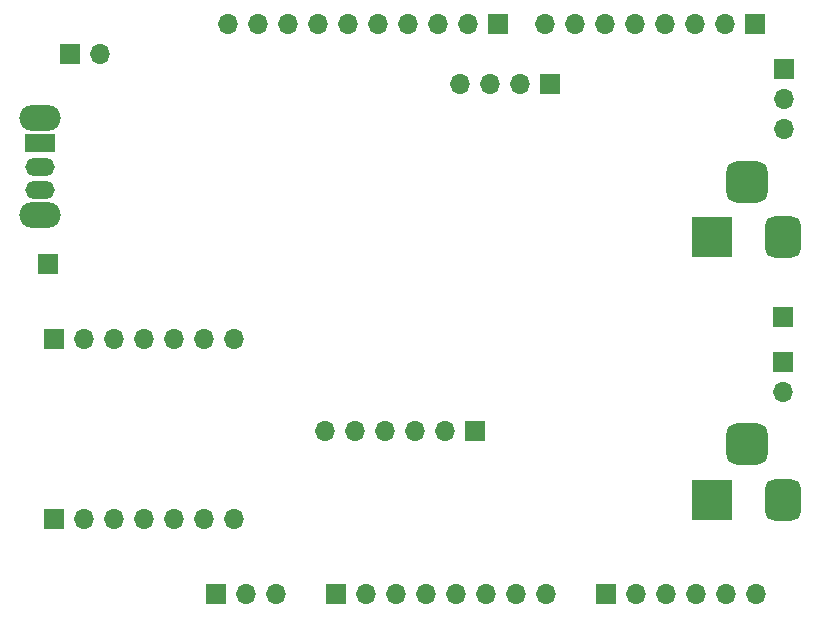
<source format=gbr>
%TF.GenerationSoftware,KiCad,Pcbnew,9.0.3*%
%TF.CreationDate,2025-08-02T21:51:47-05:00*%
%TF.ProjectId,DMM_KiCAD_V3_next KiCAD9,444d4d5f-4b69-4434-9144-5f56335f6e65,rev?*%
%TF.SameCoordinates,Original*%
%TF.FileFunction,Soldermask,Bot*%
%TF.FilePolarity,Negative*%
%FSLAX46Y46*%
G04 Gerber Fmt 4.6, Leading zero omitted, Abs format (unit mm)*
G04 Created by KiCad (PCBNEW 9.0.3) date 2025-08-02 21:51:47*
%MOMM*%
%LPD*%
G01*
G04 APERTURE LIST*
G04 Aperture macros list*
%AMRoundRect*
0 Rectangle with rounded corners*
0 $1 Rounding radius*
0 $2 $3 $4 $5 $6 $7 $8 $9 X,Y pos of 4 corners*
0 Add a 4 corners polygon primitive as box body*
4,1,4,$2,$3,$4,$5,$6,$7,$8,$9,$2,$3,0*
0 Add four circle primitives for the rounded corners*
1,1,$1+$1,$2,$3*
1,1,$1+$1,$4,$5*
1,1,$1+$1,$6,$7*
1,1,$1+$1,$8,$9*
0 Add four rect primitives between the rounded corners*
20,1,$1+$1,$2,$3,$4,$5,0*
20,1,$1+$1,$4,$5,$6,$7,0*
20,1,$1+$1,$6,$7,$8,$9,0*
20,1,$1+$1,$8,$9,$2,$3,0*%
G04 Aperture macros list end*
%ADD10R,3.500000X3.500000*%
%ADD11RoundRect,0.750000X0.750000X1.000000X-0.750000X1.000000X-0.750000X-1.000000X0.750000X-1.000000X0*%
%ADD12RoundRect,0.875000X0.875000X0.875000X-0.875000X0.875000X-0.875000X-0.875000X0.875000X-0.875000X0*%
%ADD13O,3.500000X2.200000*%
%ADD14R,2.500000X1.500000*%
%ADD15O,2.500000X1.500000*%
%ADD16R,1.700000X1.700000*%
%ADD17O,1.700000X1.700000*%
G04 APERTURE END LIST*
D10*
%TO.C,J14*%
X138145000Y-68835000D03*
D11*
X144145000Y-68835000D03*
D12*
X141145000Y-64135000D03*
%TD*%
D10*
%TO.C,J15*%
X138145000Y-91060000D03*
D11*
X144145000Y-91060000D03*
D12*
X141145000Y-86360000D03*
%TD*%
D13*
%TO.C,SW3*%
X81280000Y-58765000D03*
X81280000Y-66965000D03*
D14*
X81280000Y-60865000D03*
D15*
X81280000Y-62865000D03*
X81280000Y-64865000D03*
%TD*%
D16*
%TO.C,J16*%
X144145000Y-75565000D03*
%TD*%
%TO.C,J8*%
X120015000Y-50800000D03*
D17*
X117475000Y-50800000D03*
X114935000Y-50800000D03*
X112395000Y-50800000D03*
X109855000Y-50800000D03*
X107315000Y-50800000D03*
X104775000Y-50800000D03*
X102235000Y-50800000D03*
X99695000Y-50800000D03*
X97155000Y-50800000D03*
%TD*%
D16*
%TO.C,J10*%
X129151624Y-99067665D03*
D17*
X131691624Y-99067665D03*
X134231624Y-99067665D03*
X136771624Y-99067665D03*
X139311624Y-99067665D03*
X141851624Y-99067665D03*
%TD*%
D16*
%TO.C,J11*%
X144215000Y-54625000D03*
D17*
X144215000Y-57165000D03*
X144215000Y-59705000D03*
%TD*%
D16*
%TO.C,J12*%
X144145000Y-79375000D03*
D17*
X144145000Y-81915000D03*
%TD*%
D16*
%TO.C,J17*%
X81915000Y-71120000D03*
%TD*%
%TO.C,J6*%
X106287792Y-99065110D03*
D17*
X108827792Y-99065110D03*
X111367792Y-99065110D03*
X113907792Y-99065110D03*
X116447792Y-99065110D03*
X118987792Y-99065110D03*
X121527792Y-99065110D03*
X124067792Y-99065110D03*
%TD*%
D16*
%TO.C,J3*%
X82487996Y-92719534D03*
D17*
X85027996Y-92719534D03*
X87567996Y-92719534D03*
X90107996Y-92719534D03*
X92647996Y-92719534D03*
X95187996Y-92719534D03*
X97727996Y-92719534D03*
%TD*%
D16*
%TO.C,J13*%
X141809463Y-50808987D03*
D17*
X139269463Y-50808987D03*
X136729463Y-50808987D03*
X134189463Y-50808987D03*
X131649463Y-50808987D03*
X129109463Y-50808987D03*
X126569463Y-50808987D03*
X124029463Y-50808987D03*
%TD*%
D16*
%TO.C,J7*%
X83820000Y-53315000D03*
D17*
X86360000Y-53315000D03*
%TD*%
D16*
%TO.C,J1*%
X82487996Y-77479534D03*
D17*
X85027996Y-77479534D03*
X87567996Y-77479534D03*
X90107996Y-77479534D03*
X92647996Y-77479534D03*
X95187996Y-77479534D03*
X97727996Y-77479534D03*
%TD*%
D16*
%TO.C,J9*%
X124460000Y-55880000D03*
D17*
X121920000Y-55880000D03*
X119380000Y-55880000D03*
X116840000Y-55880000D03*
%TD*%
D16*
%TO.C,J2*%
X118110000Y-85217000D03*
D17*
X115570000Y-85217000D03*
X113030000Y-85217000D03*
X110490000Y-85217000D03*
X107950000Y-85217000D03*
X105410000Y-85217000D03*
%TD*%
D16*
%TO.C,J5*%
X96143981Y-99063151D03*
D17*
X98683981Y-99063151D03*
X101223981Y-99063151D03*
%TD*%
M02*

</source>
